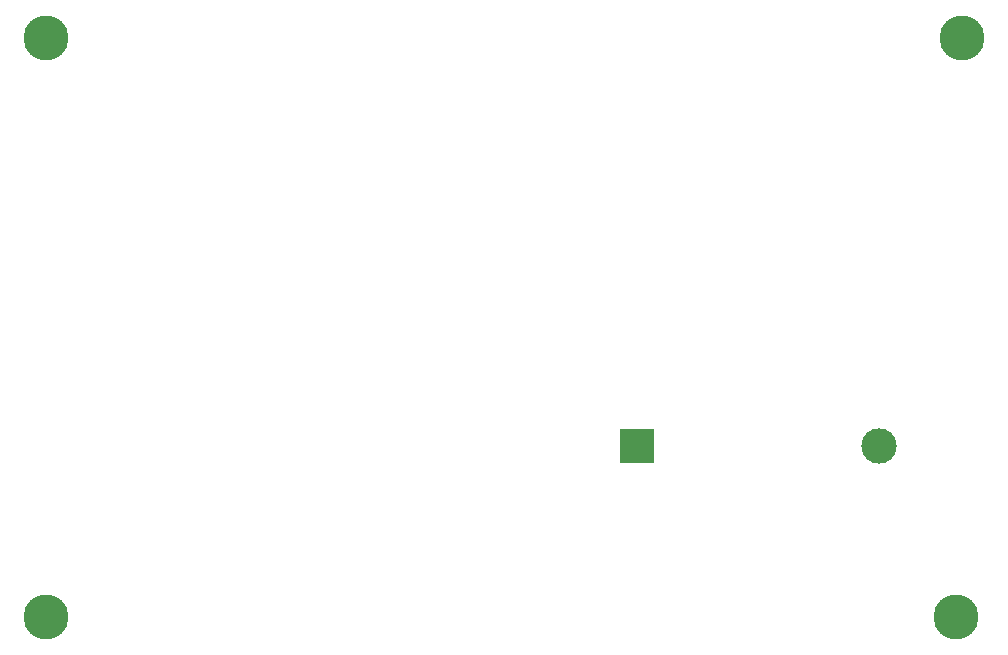
<source format=gbr>
%TF.GenerationSoftware,KiCad,Pcbnew,9.0.6*%
%TF.CreationDate,2025-12-01T20:06:07-08:00*%
%TF.ProjectId,3.4,332e342e-6b69-4636-9164-5f7063625858,rev?*%
%TF.SameCoordinates,Original*%
%TF.FileFunction,Soldermask,Bot*%
%TF.FilePolarity,Negative*%
%FSLAX46Y46*%
G04 Gerber Fmt 4.6, Leading zero omitted, Abs format (unit mm)*
G04 Created by KiCad (PCBNEW 9.0.6) date 2025-12-01 20:06:07*
%MOMM*%
%LPD*%
G01*
G04 APERTURE LIST*
%ADD10R,3.000000X3.000000*%
%ADD11C,3.000000*%
%ADD12C,3.800000*%
G04 APERTURE END LIST*
D10*
%TO.C,BT1*%
X73010000Y-97000000D03*
D11*
X93500000Y-97000000D03*
%TD*%
D12*
%TO.C,REF\u002A\u002A*%
X100000000Y-111500000D03*
%TD*%
%TO.C,REF\u002A\u002A*%
X100500000Y-62500000D03*
%TD*%
%TO.C,REF\u002A\u002A*%
X23000000Y-62500000D03*
%TD*%
%TO.C,REF\u002A\u002A*%
X23000000Y-111500000D03*
%TD*%
M02*

</source>
